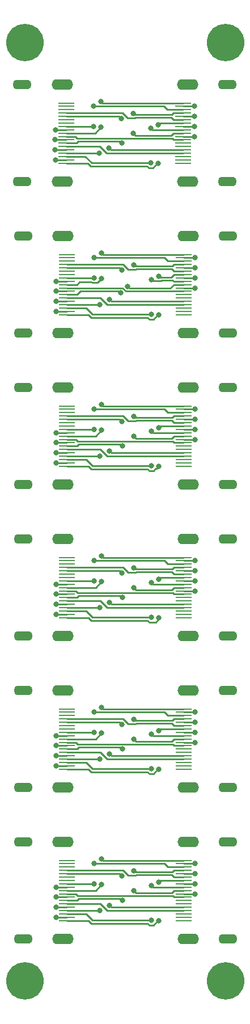
<source format=gbr>
%TF.GenerationSoftware,KiCad,Pcbnew,6.0.7-1.fc36*%
%TF.CreationDate,2022-07-28T17:35:04+01:00*%
%TF.ProjectId,pc070_aida_hdmi_rpc_hdmi,70633037-305f-4616-9964-615f68646d69,rev?*%
%TF.SameCoordinates,Original*%
%TF.FileFunction,Copper,L1,Top*%
%TF.FilePolarity,Positive*%
%FSLAX46Y46*%
G04 Gerber Fmt 4.6, Leading zero omitted, Abs format (unit mm)*
G04 Created by KiCad (PCBNEW 6.0.7-1.fc36) date 2022-07-28 17:35:04*
%MOMM*%
%LPD*%
G01*
G04 APERTURE LIST*
%TA.AperFunction,SMDPad,CuDef*%
%ADD10R,2.350000X0.280000*%
%TD*%
%TA.AperFunction,ComponentPad*%
%ADD11O,3.200000X1.600000*%
%TD*%
%TA.AperFunction,ComponentPad*%
%ADD12O,2.820000X1.410000*%
%TD*%
%TA.AperFunction,ComponentPad*%
%ADD13C,3.600000*%
%TD*%
%TA.AperFunction,ConnectorPad*%
%ADD14C,5.600000*%
%TD*%
%TA.AperFunction,ViaPad*%
%ADD15C,0.800000*%
%TD*%
%TA.AperFunction,Conductor*%
%ADD16C,0.250000*%
%TD*%
G04 APERTURE END LIST*
D10*
%TO.P,J2,01,01*%
%TO.N,/pc070_aida_hdmi_rpc_hdmi_single/CLK*%
X98675000Y-53985000D03*
%TO.P,J2,02,02*%
%TO.N,GND*%
X98675000Y-54485000D03*
%TO.P,J2,03,03*%
%TO.N,/pc070_aida_hdmi_rpc_hdmi_single/CLK\u002A*%
X98675000Y-54985000D03*
%TO.P,J2,04,04*%
%TO.N,/pc070_aida_hdmi_rpc_hdmi_single/CONT*%
X98675000Y-55485000D03*
%TO.P,J2,05,05*%
%TO.N,GND*%
X98675000Y-55985000D03*
%TO.P,J2,06,06*%
%TO.N,/pc070_aida_hdmi_rpc_hdmi_single/CONT\u002A*%
X98675000Y-56485000D03*
%TO.P,J2,07,07*%
%TO.N,/pc070_aida_hdmi_rpc_hdmi_single/BUSY*%
X98675000Y-56985000D03*
%TO.P,J2,08,08*%
%TO.N,GND*%
X98675000Y-57485000D03*
%TO.P,J2,09,09*%
%TO.N,/pc070_aida_hdmi_rpc_hdmi_single/BUSY\u002A*%
X98675000Y-57985000D03*
%TO.P,J2,10,10*%
%TO.N,/pc070_aida_hdmi_rpc_hdmi_single/SPARE*%
X98675000Y-58485000D03*
%TO.P,J2,11,11*%
%TO.N,GND*%
X98675000Y-58985000D03*
%TO.P,J2,12,12*%
%TO.N,/pc070_aida_hdmi_rpc_hdmi_single/SPARE\u002A*%
X98675000Y-59485000D03*
%TO.P,J2,13,13*%
%TO.N,unconnected-(J2-Pad13)*%
X98675000Y-59985000D03*
%TO.P,J2,14,14*%
%TO.N,unconnected-(J2-Pad14)*%
X98675000Y-60485000D03*
%TO.P,J2,15,15*%
%TO.N,/pc070_aida_hdmi_rpc_hdmi_single/TRIG*%
X98675000Y-60985000D03*
%TO.P,J2,16,16*%
%TO.N,/pc070_aida_hdmi_rpc_hdmi_single/TRIG\u002A*%
X98675000Y-61485000D03*
%TO.P,J2,17,17*%
%TO.N,unconnected-(J2-Pad17)*%
X98675000Y-61985000D03*
%TO.P,J2,18,18*%
%TO.N,unconnected-(J2-Pad18)*%
X98675000Y-62485000D03*
%TO.P,J2,19,19*%
%TO.N,unconnected-(J2-Pad19)*%
X98675000Y-62985000D03*
D11*
%TO.P,J2,S1,SHIELD*%
%TO.N,GND*%
X99300000Y-65735000D03*
%TO.P,J2,S2,SHIELD*%
X99300000Y-51235000D03*
D12*
%TO.P,J2,S3,SHIELD*%
X105260000Y-65735000D03*
%TO.P,J2,S4,SHIELD*%
X105260000Y-51235000D03*
%TD*%
D10*
%TO.P,J9,01,01*%
%TO.N,/pc070_aida_hdmi_rpc_hdmi_single5/BUSY*%
X81325000Y-153409000D03*
%TO.P,J9,02,02*%
%TO.N,GND*%
X81325000Y-152909000D03*
%TO.P,J9,03,03*%
%TO.N,/pc070_aida_hdmi_rpc_hdmi_single5/BUSY\u002A*%
X81325000Y-152409000D03*
%TO.P,J9,04,04*%
%TO.N,/pc070_aida_hdmi_rpc_hdmi_single5/TRIG*%
X81325000Y-151909000D03*
%TO.P,J9,05,05*%
%TO.N,GND*%
X81325000Y-151409000D03*
%TO.P,J9,06,06*%
%TO.N,/pc070_aida_hdmi_rpc_hdmi_single5/TRIG\u002A*%
X81325000Y-150909000D03*
%TO.P,J9,07,07*%
%TO.N,/pc070_aida_hdmi_rpc_hdmi_single5/SPARE*%
X81325000Y-150409000D03*
%TO.P,J9,08,08*%
%TO.N,GND*%
X81325000Y-149909000D03*
%TO.P,J9,09,09*%
%TO.N,/pc070_aida_hdmi_rpc_hdmi_single5/SPARE\u002A*%
X81325000Y-149409000D03*
%TO.P,J9,10,10*%
%TO.N,/pc070_aida_hdmi_rpc_hdmi_single5/CLK*%
X81325000Y-148909000D03*
%TO.P,J9,11,11*%
%TO.N,GND*%
X81325000Y-148409000D03*
%TO.P,J9,12,12*%
%TO.N,/pc070_aida_hdmi_rpc_hdmi_single5/CLK\u002A*%
X81325000Y-147909000D03*
%TO.P,J9,13,13*%
%TO.N,unconnected-(J9-Pad13)*%
X81325000Y-147409000D03*
%TO.P,J9,14,14*%
%TO.N,unconnected-(J9-Pad14)*%
X81325000Y-146909000D03*
%TO.P,J9,15,15*%
%TO.N,/pc070_aida_hdmi_rpc_hdmi_single5/CONT*%
X81325000Y-146409000D03*
%TO.P,J9,16,16*%
%TO.N,/pc070_aida_hdmi_rpc_hdmi_single5/CONT\u002A*%
X81325000Y-145909000D03*
%TO.P,J9,17,17*%
%TO.N,unconnected-(J9-Pad17)*%
X81325000Y-145409000D03*
%TO.P,J9,18,18*%
%TO.N,unconnected-(J9-Pad18)*%
X81325000Y-144909000D03*
%TO.P,J9,19,19*%
%TO.N,unconnected-(J9-Pad19)*%
X81325000Y-144409000D03*
D11*
%TO.P,J9,S1,SHIELD*%
%TO.N,GND*%
X80700000Y-141659000D03*
%TO.P,J9,S2,SHIELD*%
X80700000Y-156159000D03*
D12*
%TO.P,J9,S3,SHIELD*%
X74740000Y-141659000D03*
%TO.P,J9,S4,SHIELD*%
X74740000Y-156159000D03*
%TD*%
D13*
%TO.P,H3,1,1*%
%TO.N,GND*%
X105000000Y-185000000D03*
D14*
X105000000Y-185000000D03*
%TD*%
%TO.P,H4,1,1*%
%TO.N,GND*%
X75000000Y-185000000D03*
D13*
X75000000Y-185000000D03*
%TD*%
D10*
%TO.P,J8,01,01*%
%TO.N,/pc070_aida_hdmi_rpc_hdmi_single4/CLK*%
X98765000Y-121803000D03*
%TO.P,J8,02,02*%
%TO.N,GND*%
X98765000Y-122303000D03*
%TO.P,J8,03,03*%
%TO.N,/pc070_aida_hdmi_rpc_hdmi_single4/CLK\u002A*%
X98765000Y-122803000D03*
%TO.P,J8,04,04*%
%TO.N,/pc070_aida_hdmi_rpc_hdmi_single4/CONT*%
X98765000Y-123303000D03*
%TO.P,J8,05,05*%
%TO.N,GND*%
X98765000Y-123803000D03*
%TO.P,J8,06,06*%
%TO.N,/pc070_aida_hdmi_rpc_hdmi_single4/CONT\u002A*%
X98765000Y-124303000D03*
%TO.P,J8,07,07*%
%TO.N,/pc070_aida_hdmi_rpc_hdmi_single4/BUSY*%
X98765000Y-124803000D03*
%TO.P,J8,08,08*%
%TO.N,GND*%
X98765000Y-125303000D03*
%TO.P,J8,09,09*%
%TO.N,/pc070_aida_hdmi_rpc_hdmi_single4/BUSY\u002A*%
X98765000Y-125803000D03*
%TO.P,J8,10,10*%
%TO.N,/pc070_aida_hdmi_rpc_hdmi_single4/SPARE*%
X98765000Y-126303000D03*
%TO.P,J8,11,11*%
%TO.N,GND*%
X98765000Y-126803000D03*
%TO.P,J8,12,12*%
%TO.N,/pc070_aida_hdmi_rpc_hdmi_single4/SPARE\u002A*%
X98765000Y-127303000D03*
%TO.P,J8,13,13*%
%TO.N,unconnected-(J8-Pad13)*%
X98765000Y-127803000D03*
%TO.P,J8,14,14*%
%TO.N,unconnected-(J8-Pad14)*%
X98765000Y-128303000D03*
%TO.P,J8,15,15*%
%TO.N,/pc070_aida_hdmi_rpc_hdmi_single4/TRIG*%
X98765000Y-128803000D03*
%TO.P,J8,16,16*%
%TO.N,/pc070_aida_hdmi_rpc_hdmi_single4/TRIG\u002A*%
X98765000Y-129303000D03*
%TO.P,J8,17,17*%
%TO.N,unconnected-(J8-Pad17)*%
X98765000Y-129803000D03*
%TO.P,J8,18,18*%
%TO.N,unconnected-(J8-Pad18)*%
X98765000Y-130303000D03*
%TO.P,J8,19,19*%
%TO.N,unconnected-(J8-Pad19)*%
X98765000Y-130803000D03*
D11*
%TO.P,J8,S1,SHIELD*%
%TO.N,GND*%
X99390000Y-133553000D03*
%TO.P,J8,S2,SHIELD*%
X99390000Y-119053000D03*
D12*
%TO.P,J8,S3,SHIELD*%
X105350000Y-133553000D03*
%TO.P,J8,S4,SHIELD*%
X105350000Y-119053000D03*
%TD*%
D10*
%TO.P,J6,01,01*%
%TO.N,/pc070_aida_hdmi_rpc_hdmi_single2/CLK*%
X98765000Y-99197000D03*
%TO.P,J6,02,02*%
%TO.N,GND*%
X98765000Y-99697000D03*
%TO.P,J6,03,03*%
%TO.N,/pc070_aida_hdmi_rpc_hdmi_single2/CLK\u002A*%
X98765000Y-100197000D03*
%TO.P,J6,04,04*%
%TO.N,/pc070_aida_hdmi_rpc_hdmi_single2/CONT*%
X98765000Y-100697000D03*
%TO.P,J6,05,05*%
%TO.N,GND*%
X98765000Y-101197000D03*
%TO.P,J6,06,06*%
%TO.N,/pc070_aida_hdmi_rpc_hdmi_single2/CONT\u002A*%
X98765000Y-101697000D03*
%TO.P,J6,07,07*%
%TO.N,/pc070_aida_hdmi_rpc_hdmi_single2/BUSY*%
X98765000Y-102197000D03*
%TO.P,J6,08,08*%
%TO.N,GND*%
X98765000Y-102697000D03*
%TO.P,J6,09,09*%
%TO.N,/pc070_aida_hdmi_rpc_hdmi_single2/BUSY\u002A*%
X98765000Y-103197000D03*
%TO.P,J6,10,10*%
%TO.N,/pc070_aida_hdmi_rpc_hdmi_single2/SPARE*%
X98765000Y-103697000D03*
%TO.P,J6,11,11*%
%TO.N,GND*%
X98765000Y-104197000D03*
%TO.P,J6,12,12*%
%TO.N,/pc070_aida_hdmi_rpc_hdmi_single2/SPARE\u002A*%
X98765000Y-104697000D03*
%TO.P,J6,13,13*%
%TO.N,unconnected-(J6-Pad13)*%
X98765000Y-105197000D03*
%TO.P,J6,14,14*%
%TO.N,unconnected-(J6-Pad14)*%
X98765000Y-105697000D03*
%TO.P,J6,15,15*%
%TO.N,/pc070_aida_hdmi_rpc_hdmi_single2/TRIG*%
X98765000Y-106197000D03*
%TO.P,J6,16,16*%
%TO.N,/pc070_aida_hdmi_rpc_hdmi_single2/TRIG\u002A*%
X98765000Y-106697000D03*
%TO.P,J6,17,17*%
%TO.N,unconnected-(J6-Pad17)*%
X98765000Y-107197000D03*
%TO.P,J6,18,18*%
%TO.N,unconnected-(J6-Pad18)*%
X98765000Y-107697000D03*
%TO.P,J6,19,19*%
%TO.N,unconnected-(J6-Pad19)*%
X98765000Y-108197000D03*
D11*
%TO.P,J6,S1,SHIELD*%
%TO.N,GND*%
X99390000Y-110947000D03*
%TO.P,J6,S2,SHIELD*%
X99390000Y-96447000D03*
D12*
%TO.P,J6,S3,SHIELD*%
X105350000Y-110947000D03*
%TO.P,J6,S4,SHIELD*%
X105350000Y-96447000D03*
%TD*%
D10*
%TO.P,J12,01,01*%
%TO.N,/pc070_aida_hdmi_rpc_hdmi_single3/CLK*%
X98765000Y-167015000D03*
%TO.P,J12,02,02*%
%TO.N,GND*%
X98765000Y-167515000D03*
%TO.P,J12,03,03*%
%TO.N,/pc070_aida_hdmi_rpc_hdmi_single3/CLK\u002A*%
X98765000Y-168015000D03*
%TO.P,J12,04,04*%
%TO.N,/pc070_aida_hdmi_rpc_hdmi_single3/CONT*%
X98765000Y-168515000D03*
%TO.P,J12,05,05*%
%TO.N,GND*%
X98765000Y-169015000D03*
%TO.P,J12,06,06*%
%TO.N,/pc070_aida_hdmi_rpc_hdmi_single3/CONT\u002A*%
X98765000Y-169515000D03*
%TO.P,J12,07,07*%
%TO.N,/pc070_aida_hdmi_rpc_hdmi_single3/BUSY*%
X98765000Y-170015000D03*
%TO.P,J12,08,08*%
%TO.N,GND*%
X98765000Y-170515000D03*
%TO.P,J12,09,09*%
%TO.N,/pc070_aida_hdmi_rpc_hdmi_single3/BUSY\u002A*%
X98765000Y-171015000D03*
%TO.P,J12,10,10*%
%TO.N,/pc070_aida_hdmi_rpc_hdmi_single3/SPARE*%
X98765000Y-171515000D03*
%TO.P,J12,11,11*%
%TO.N,GND*%
X98765000Y-172015000D03*
%TO.P,J12,12,12*%
%TO.N,/pc070_aida_hdmi_rpc_hdmi_single3/SPARE\u002A*%
X98765000Y-172515000D03*
%TO.P,J12,13,13*%
%TO.N,unconnected-(J12-Pad13)*%
X98765000Y-173015000D03*
%TO.P,J12,14,14*%
%TO.N,unconnected-(J12-Pad14)*%
X98765000Y-173515000D03*
%TO.P,J12,15,15*%
%TO.N,/pc070_aida_hdmi_rpc_hdmi_single3/TRIG*%
X98765000Y-174015000D03*
%TO.P,J12,16,16*%
%TO.N,/pc070_aida_hdmi_rpc_hdmi_single3/TRIG\u002A*%
X98765000Y-174515000D03*
%TO.P,J12,17,17*%
%TO.N,unconnected-(J12-Pad17)*%
X98765000Y-175015000D03*
%TO.P,J12,18,18*%
%TO.N,unconnected-(J12-Pad18)*%
X98765000Y-175515000D03*
%TO.P,J12,19,19*%
%TO.N,unconnected-(J12-Pad19)*%
X98765000Y-176015000D03*
D11*
%TO.P,J12,S1,SHIELD*%
%TO.N,GND*%
X99390000Y-178765000D03*
%TO.P,J12,S2,SHIELD*%
X99390000Y-164265000D03*
D12*
%TO.P,J12,S3,SHIELD*%
X105350000Y-178765000D03*
%TO.P,J12,S4,SHIELD*%
X105350000Y-164265000D03*
%TD*%
D10*
%TO.P,J3,01,01*%
%TO.N,/pc070_aida_hdmi_rpc_hdmi_single1/BUSY*%
X81325000Y-85591000D03*
%TO.P,J3,02,02*%
%TO.N,GND*%
X81325000Y-85091000D03*
%TO.P,J3,03,03*%
%TO.N,/pc070_aida_hdmi_rpc_hdmi_single1/BUSY\u002A*%
X81325000Y-84591000D03*
%TO.P,J3,04,04*%
%TO.N,/pc070_aida_hdmi_rpc_hdmi_single1/TRIG*%
X81325000Y-84091000D03*
%TO.P,J3,05,05*%
%TO.N,GND*%
X81325000Y-83591000D03*
%TO.P,J3,06,06*%
%TO.N,/pc070_aida_hdmi_rpc_hdmi_single1/TRIG\u002A*%
X81325000Y-83091000D03*
%TO.P,J3,07,07*%
%TO.N,/pc070_aida_hdmi_rpc_hdmi_single1/SPARE*%
X81325000Y-82591000D03*
%TO.P,J3,08,08*%
%TO.N,GND*%
X81325000Y-82091000D03*
%TO.P,J3,09,09*%
%TO.N,/pc070_aida_hdmi_rpc_hdmi_single1/SPARE\u002A*%
X81325000Y-81591000D03*
%TO.P,J3,10,10*%
%TO.N,/pc070_aida_hdmi_rpc_hdmi_single1/CLK*%
X81325000Y-81091000D03*
%TO.P,J3,11,11*%
%TO.N,GND*%
X81325000Y-80591000D03*
%TO.P,J3,12,12*%
%TO.N,/pc070_aida_hdmi_rpc_hdmi_single1/CLK\u002A*%
X81325000Y-80091000D03*
%TO.P,J3,13,13*%
%TO.N,unconnected-(J3-Pad13)*%
X81325000Y-79591000D03*
%TO.P,J3,14,14*%
%TO.N,unconnected-(J3-Pad14)*%
X81325000Y-79091000D03*
%TO.P,J3,15,15*%
%TO.N,/pc070_aida_hdmi_rpc_hdmi_single1/CONT*%
X81325000Y-78591000D03*
%TO.P,J3,16,16*%
%TO.N,/pc070_aida_hdmi_rpc_hdmi_single1/CONT\u002A*%
X81325000Y-78091000D03*
%TO.P,J3,17,17*%
%TO.N,unconnected-(J3-Pad17)*%
X81325000Y-77591000D03*
%TO.P,J3,18,18*%
%TO.N,unconnected-(J3-Pad18)*%
X81325000Y-77091000D03*
%TO.P,J3,19,19*%
%TO.N,unconnected-(J3-Pad19)*%
X81325000Y-76591000D03*
D11*
%TO.P,J3,S1,SHIELD*%
%TO.N,GND*%
X80700000Y-73841000D03*
%TO.P,J3,S2,SHIELD*%
X80700000Y-88341000D03*
D12*
%TO.P,J3,S3,SHIELD*%
X74740000Y-73841000D03*
%TO.P,J3,S4,SHIELD*%
X74740000Y-88341000D03*
%TD*%
D10*
%TO.P,J1,01,01*%
%TO.N,/pc070_aida_hdmi_rpc_hdmi_single/BUSY*%
X81235000Y-62985000D03*
%TO.P,J1,02,02*%
%TO.N,GND*%
X81235000Y-62485000D03*
%TO.P,J1,03,03*%
%TO.N,/pc070_aida_hdmi_rpc_hdmi_single/BUSY\u002A*%
X81235000Y-61985000D03*
%TO.P,J1,04,04*%
%TO.N,/pc070_aida_hdmi_rpc_hdmi_single/TRIG*%
X81235000Y-61485000D03*
%TO.P,J1,05,05*%
%TO.N,GND*%
X81235000Y-60985000D03*
%TO.P,J1,06,06*%
%TO.N,/pc070_aida_hdmi_rpc_hdmi_single/TRIG\u002A*%
X81235000Y-60485000D03*
%TO.P,J1,07,07*%
%TO.N,/pc070_aida_hdmi_rpc_hdmi_single/SPARE*%
X81235000Y-59985000D03*
%TO.P,J1,08,08*%
%TO.N,GND*%
X81235000Y-59485000D03*
%TO.P,J1,09,09*%
%TO.N,/pc070_aida_hdmi_rpc_hdmi_single/SPARE\u002A*%
X81235000Y-58985000D03*
%TO.P,J1,10,10*%
%TO.N,/pc070_aida_hdmi_rpc_hdmi_single/CLK*%
X81235000Y-58485000D03*
%TO.P,J1,11,11*%
%TO.N,GND*%
X81235000Y-57985000D03*
%TO.P,J1,12,12*%
%TO.N,/pc070_aida_hdmi_rpc_hdmi_single/CLK\u002A*%
X81235000Y-57485000D03*
%TO.P,J1,13,13*%
%TO.N,unconnected-(J1-Pad13)*%
X81235000Y-56985000D03*
%TO.P,J1,14,14*%
%TO.N,unconnected-(J1-Pad14)*%
X81235000Y-56485000D03*
%TO.P,J1,15,15*%
%TO.N,/pc070_aida_hdmi_rpc_hdmi_single/CONT*%
X81235000Y-55985000D03*
%TO.P,J1,16,16*%
%TO.N,/pc070_aida_hdmi_rpc_hdmi_single/CONT\u002A*%
X81235000Y-55485000D03*
%TO.P,J1,17,17*%
%TO.N,unconnected-(J1-Pad17)*%
X81235000Y-54985000D03*
%TO.P,J1,18,18*%
%TO.N,unconnected-(J1-Pad18)*%
X81235000Y-54485000D03*
%TO.P,J1,19,19*%
%TO.N,unconnected-(J1-Pad19)*%
X81235000Y-53985000D03*
D11*
%TO.P,J1,S1,SHIELD*%
%TO.N,GND*%
X80610000Y-51235000D03*
%TO.P,J1,S2,SHIELD*%
X80610000Y-65735000D03*
D12*
%TO.P,J1,S3,SHIELD*%
X74650000Y-51235000D03*
%TO.P,J1,S4,SHIELD*%
X74650000Y-65735000D03*
%TD*%
D13*
%TO.P,H2,1,1*%
%TO.N,GND*%
X105000000Y-45000000D03*
D14*
X105000000Y-45000000D03*
%TD*%
D10*
%TO.P,J7,01,01*%
%TO.N,/pc070_aida_hdmi_rpc_hdmi_single4/BUSY*%
X81325000Y-130803000D03*
%TO.P,J7,02,02*%
%TO.N,GND*%
X81325000Y-130303000D03*
%TO.P,J7,03,03*%
%TO.N,/pc070_aida_hdmi_rpc_hdmi_single4/BUSY\u002A*%
X81325000Y-129803000D03*
%TO.P,J7,04,04*%
%TO.N,/pc070_aida_hdmi_rpc_hdmi_single4/TRIG*%
X81325000Y-129303000D03*
%TO.P,J7,05,05*%
%TO.N,GND*%
X81325000Y-128803000D03*
%TO.P,J7,06,06*%
%TO.N,/pc070_aida_hdmi_rpc_hdmi_single4/TRIG\u002A*%
X81325000Y-128303000D03*
%TO.P,J7,07,07*%
%TO.N,/pc070_aida_hdmi_rpc_hdmi_single4/SPARE*%
X81325000Y-127803000D03*
%TO.P,J7,08,08*%
%TO.N,GND*%
X81325000Y-127303000D03*
%TO.P,J7,09,09*%
%TO.N,/pc070_aida_hdmi_rpc_hdmi_single4/SPARE\u002A*%
X81325000Y-126803000D03*
%TO.P,J7,10,10*%
%TO.N,/pc070_aida_hdmi_rpc_hdmi_single4/CLK*%
X81325000Y-126303000D03*
%TO.P,J7,11,11*%
%TO.N,GND*%
X81325000Y-125803000D03*
%TO.P,J7,12,12*%
%TO.N,/pc070_aida_hdmi_rpc_hdmi_single4/CLK\u002A*%
X81325000Y-125303000D03*
%TO.P,J7,13,13*%
%TO.N,unconnected-(J7-Pad13)*%
X81325000Y-124803000D03*
%TO.P,J7,14,14*%
%TO.N,unconnected-(J7-Pad14)*%
X81325000Y-124303000D03*
%TO.P,J7,15,15*%
%TO.N,/pc070_aida_hdmi_rpc_hdmi_single4/CONT*%
X81325000Y-123803000D03*
%TO.P,J7,16,16*%
%TO.N,/pc070_aida_hdmi_rpc_hdmi_single4/CONT\u002A*%
X81325000Y-123303000D03*
%TO.P,J7,17,17*%
%TO.N,unconnected-(J7-Pad17)*%
X81325000Y-122803000D03*
%TO.P,J7,18,18*%
%TO.N,unconnected-(J7-Pad18)*%
X81325000Y-122303000D03*
%TO.P,J7,19,19*%
%TO.N,unconnected-(J7-Pad19)*%
X81325000Y-121803000D03*
D11*
%TO.P,J7,S1,SHIELD*%
%TO.N,GND*%
X80700000Y-119053000D03*
%TO.P,J7,S2,SHIELD*%
X80700000Y-133553000D03*
D12*
%TO.P,J7,S3,SHIELD*%
X74740000Y-119053000D03*
%TO.P,J7,S4,SHIELD*%
X74740000Y-133553000D03*
%TD*%
D10*
%TO.P,J11,01,01*%
%TO.N,/pc070_aida_hdmi_rpc_hdmi_single3/BUSY*%
X81325000Y-176015000D03*
%TO.P,J11,02,02*%
%TO.N,GND*%
X81325000Y-175515000D03*
%TO.P,J11,03,03*%
%TO.N,/pc070_aida_hdmi_rpc_hdmi_single3/BUSY\u002A*%
X81325000Y-175015000D03*
%TO.P,J11,04,04*%
%TO.N,/pc070_aida_hdmi_rpc_hdmi_single3/TRIG*%
X81325000Y-174515000D03*
%TO.P,J11,05,05*%
%TO.N,GND*%
X81325000Y-174015000D03*
%TO.P,J11,06,06*%
%TO.N,/pc070_aida_hdmi_rpc_hdmi_single3/TRIG\u002A*%
X81325000Y-173515000D03*
%TO.P,J11,07,07*%
%TO.N,/pc070_aida_hdmi_rpc_hdmi_single3/SPARE*%
X81325000Y-173015000D03*
%TO.P,J11,08,08*%
%TO.N,GND*%
X81325000Y-172515000D03*
%TO.P,J11,09,09*%
%TO.N,/pc070_aida_hdmi_rpc_hdmi_single3/SPARE\u002A*%
X81325000Y-172015000D03*
%TO.P,J11,10,10*%
%TO.N,/pc070_aida_hdmi_rpc_hdmi_single3/CLK*%
X81325000Y-171515000D03*
%TO.P,J11,11,11*%
%TO.N,GND*%
X81325000Y-171015000D03*
%TO.P,J11,12,12*%
%TO.N,/pc070_aida_hdmi_rpc_hdmi_single3/CLK\u002A*%
X81325000Y-170515000D03*
%TO.P,J11,13,13*%
%TO.N,unconnected-(J11-Pad13)*%
X81325000Y-170015000D03*
%TO.P,J11,14,14*%
%TO.N,unconnected-(J11-Pad14)*%
X81325000Y-169515000D03*
%TO.P,J11,15,15*%
%TO.N,/pc070_aida_hdmi_rpc_hdmi_single3/CONT*%
X81325000Y-169015000D03*
%TO.P,J11,16,16*%
%TO.N,/pc070_aida_hdmi_rpc_hdmi_single3/CONT\u002A*%
X81325000Y-168515000D03*
%TO.P,J11,17,17*%
%TO.N,unconnected-(J11-Pad17)*%
X81325000Y-168015000D03*
%TO.P,J11,18,18*%
%TO.N,unconnected-(J11-Pad18)*%
X81325000Y-167515000D03*
%TO.P,J11,19,19*%
%TO.N,unconnected-(J11-Pad19)*%
X81325000Y-167015000D03*
D11*
%TO.P,J11,S1,SHIELD*%
%TO.N,GND*%
X80700000Y-164265000D03*
%TO.P,J11,S2,SHIELD*%
X80700000Y-178765000D03*
D12*
%TO.P,J11,S3,SHIELD*%
X74740000Y-164265000D03*
%TO.P,J11,S4,SHIELD*%
X74740000Y-178765000D03*
%TD*%
D14*
%TO.P,H1,1,1*%
%TO.N,GND*%
X75000000Y-45000000D03*
D13*
X75000000Y-45000000D03*
%TD*%
D10*
%TO.P,J4,01,01*%
%TO.N,/pc070_aida_hdmi_rpc_hdmi_single1/CLK*%
X98765000Y-76591000D03*
%TO.P,J4,02,02*%
%TO.N,GND*%
X98765000Y-77091000D03*
%TO.P,J4,03,03*%
%TO.N,/pc070_aida_hdmi_rpc_hdmi_single1/CLK\u002A*%
X98765000Y-77591000D03*
%TO.P,J4,04,04*%
%TO.N,/pc070_aida_hdmi_rpc_hdmi_single1/CONT*%
X98765000Y-78091000D03*
%TO.P,J4,05,05*%
%TO.N,GND*%
X98765000Y-78591000D03*
%TO.P,J4,06,06*%
%TO.N,/pc070_aida_hdmi_rpc_hdmi_single1/CONT\u002A*%
X98765000Y-79091000D03*
%TO.P,J4,07,07*%
%TO.N,/pc070_aida_hdmi_rpc_hdmi_single1/BUSY*%
X98765000Y-79591000D03*
%TO.P,J4,08,08*%
%TO.N,GND*%
X98765000Y-80091000D03*
%TO.P,J4,09,09*%
%TO.N,/pc070_aida_hdmi_rpc_hdmi_single1/BUSY\u002A*%
X98765000Y-80591000D03*
%TO.P,J4,10,10*%
%TO.N,/pc070_aida_hdmi_rpc_hdmi_single1/SPARE*%
X98765000Y-81091000D03*
%TO.P,J4,11,11*%
%TO.N,GND*%
X98765000Y-81591000D03*
%TO.P,J4,12,12*%
%TO.N,/pc070_aida_hdmi_rpc_hdmi_single1/SPARE\u002A*%
X98765000Y-82091000D03*
%TO.P,J4,13,13*%
%TO.N,unconnected-(J4-Pad13)*%
X98765000Y-82591000D03*
%TO.P,J4,14,14*%
%TO.N,unconnected-(J4-Pad14)*%
X98765000Y-83091000D03*
%TO.P,J4,15,15*%
%TO.N,/pc070_aida_hdmi_rpc_hdmi_single1/TRIG*%
X98765000Y-83591000D03*
%TO.P,J4,16,16*%
%TO.N,/pc070_aida_hdmi_rpc_hdmi_single1/TRIG\u002A*%
X98765000Y-84091000D03*
%TO.P,J4,17,17*%
%TO.N,unconnected-(J4-Pad17)*%
X98765000Y-84591000D03*
%TO.P,J4,18,18*%
%TO.N,unconnected-(J4-Pad18)*%
X98765000Y-85091000D03*
%TO.P,J4,19,19*%
%TO.N,unconnected-(J4-Pad19)*%
X98765000Y-85591000D03*
D11*
%TO.P,J4,S1,SHIELD*%
%TO.N,GND*%
X99390000Y-88341000D03*
%TO.P,J4,S2,SHIELD*%
X99390000Y-73841000D03*
D12*
%TO.P,J4,S3,SHIELD*%
X105350000Y-88341000D03*
%TO.P,J4,S4,SHIELD*%
X105350000Y-73841000D03*
%TD*%
D10*
%TO.P,J10,01,01*%
%TO.N,/pc070_aida_hdmi_rpc_hdmi_single5/CLK*%
X98765000Y-144409000D03*
%TO.P,J10,02,02*%
%TO.N,GND*%
X98765000Y-144909000D03*
%TO.P,J10,03,03*%
%TO.N,/pc070_aida_hdmi_rpc_hdmi_single5/CLK\u002A*%
X98765000Y-145409000D03*
%TO.P,J10,04,04*%
%TO.N,/pc070_aida_hdmi_rpc_hdmi_single5/CONT*%
X98765000Y-145909000D03*
%TO.P,J10,05,05*%
%TO.N,GND*%
X98765000Y-146409000D03*
%TO.P,J10,06,06*%
%TO.N,/pc070_aida_hdmi_rpc_hdmi_single5/CONT\u002A*%
X98765000Y-146909000D03*
%TO.P,J10,07,07*%
%TO.N,/pc070_aida_hdmi_rpc_hdmi_single5/BUSY*%
X98765000Y-147409000D03*
%TO.P,J10,08,08*%
%TO.N,GND*%
X98765000Y-147909000D03*
%TO.P,J10,09,09*%
%TO.N,/pc070_aida_hdmi_rpc_hdmi_single5/BUSY\u002A*%
X98765000Y-148409000D03*
%TO.P,J10,10,10*%
%TO.N,/pc070_aida_hdmi_rpc_hdmi_single5/SPARE*%
X98765000Y-148909000D03*
%TO.P,J10,11,11*%
%TO.N,GND*%
X98765000Y-149409000D03*
%TO.P,J10,12,12*%
%TO.N,/pc070_aida_hdmi_rpc_hdmi_single5/SPARE\u002A*%
X98765000Y-149909000D03*
%TO.P,J10,13,13*%
%TO.N,unconnected-(J10-Pad13)*%
X98765000Y-150409000D03*
%TO.P,J10,14,14*%
%TO.N,unconnected-(J10-Pad14)*%
X98765000Y-150909000D03*
%TO.P,J10,15,15*%
%TO.N,/pc070_aida_hdmi_rpc_hdmi_single5/TRIG*%
X98765000Y-151409000D03*
%TO.P,J10,16,16*%
%TO.N,/pc070_aida_hdmi_rpc_hdmi_single5/TRIG\u002A*%
X98765000Y-151909000D03*
%TO.P,J10,17,17*%
%TO.N,unconnected-(J10-Pad17)*%
X98765000Y-152409000D03*
%TO.P,J10,18,18*%
%TO.N,unconnected-(J10-Pad18)*%
X98765000Y-152909000D03*
%TO.P,J10,19,19*%
%TO.N,unconnected-(J10-Pad19)*%
X98765000Y-153409000D03*
D11*
%TO.P,J10,S1,SHIELD*%
%TO.N,GND*%
X99390000Y-156159000D03*
%TO.P,J10,S2,SHIELD*%
X99390000Y-141659000D03*
D12*
%TO.P,J10,S3,SHIELD*%
X105350000Y-156159000D03*
%TO.P,J10,S4,SHIELD*%
X105350000Y-141659000D03*
%TD*%
D10*
%TO.P,J5,01,01*%
%TO.N,/pc070_aida_hdmi_rpc_hdmi_single2/BUSY*%
X81325000Y-108197000D03*
%TO.P,J5,02,02*%
%TO.N,GND*%
X81325000Y-107697000D03*
%TO.P,J5,03,03*%
%TO.N,/pc070_aida_hdmi_rpc_hdmi_single2/BUSY\u002A*%
X81325000Y-107197000D03*
%TO.P,J5,04,04*%
%TO.N,/pc070_aida_hdmi_rpc_hdmi_single2/TRIG*%
X81325000Y-106697000D03*
%TO.P,J5,05,05*%
%TO.N,GND*%
X81325000Y-106197000D03*
%TO.P,J5,06,06*%
%TO.N,/pc070_aida_hdmi_rpc_hdmi_single2/TRIG\u002A*%
X81325000Y-105697000D03*
%TO.P,J5,07,07*%
%TO.N,/pc070_aida_hdmi_rpc_hdmi_single2/SPARE*%
X81325000Y-105197000D03*
%TO.P,J5,08,08*%
%TO.N,GND*%
X81325000Y-104697000D03*
%TO.P,J5,09,09*%
%TO.N,/pc070_aida_hdmi_rpc_hdmi_single2/SPARE\u002A*%
X81325000Y-104197000D03*
%TO.P,J5,10,10*%
%TO.N,/pc070_aida_hdmi_rpc_hdmi_single2/CLK*%
X81325000Y-103697000D03*
%TO.P,J5,11,11*%
%TO.N,GND*%
X81325000Y-103197000D03*
%TO.P,J5,12,12*%
%TO.N,/pc070_aida_hdmi_rpc_hdmi_single2/CLK\u002A*%
X81325000Y-102697000D03*
%TO.P,J5,13,13*%
%TO.N,unconnected-(J5-Pad13)*%
X81325000Y-102197000D03*
%TO.P,J5,14,14*%
%TO.N,unconnected-(J5-Pad14)*%
X81325000Y-101697000D03*
%TO.P,J5,15,15*%
%TO.N,/pc070_aida_hdmi_rpc_hdmi_single2/CONT*%
X81325000Y-101197000D03*
%TO.P,J5,16,16*%
%TO.N,/pc070_aida_hdmi_rpc_hdmi_single2/CONT\u002A*%
X81325000Y-100697000D03*
%TO.P,J5,17,17*%
%TO.N,unconnected-(J5-Pad17)*%
X81325000Y-100197000D03*
%TO.P,J5,18,18*%
%TO.N,unconnected-(J5-Pad18)*%
X81325000Y-99697000D03*
%TO.P,J5,19,19*%
%TO.N,unconnected-(J5-Pad19)*%
X81325000Y-99197000D03*
D11*
%TO.P,J5,S1,SHIELD*%
%TO.N,GND*%
X80700000Y-96447000D03*
%TO.P,J5,S2,SHIELD*%
X80700000Y-110947000D03*
D12*
%TO.P,J5,S3,SHIELD*%
X74740000Y-96447000D03*
%TO.P,J5,S4,SHIELD*%
X74740000Y-110947000D03*
%TD*%
D15*
%TO.N,GND*%
X100425915Y-149417874D03*
X100425915Y-104205874D03*
X100425915Y-81599874D03*
X100425915Y-172023874D03*
X100425915Y-126811874D03*
X100335915Y-58993874D03*
X79654084Y-128826148D03*
X79654084Y-151432148D03*
X79564084Y-61008148D03*
X79654084Y-83614148D03*
X79654084Y-174038148D03*
X79654084Y-106220148D03*
X100432439Y-146390915D03*
X100432439Y-101178915D03*
X100432439Y-168996915D03*
X100432439Y-78572915D03*
X100432439Y-123784915D03*
X100342439Y-55966915D03*
X100425915Y-147917874D03*
X100425915Y-102705874D03*
X100425915Y-170523874D03*
X100425915Y-80099874D03*
X100425915Y-125311874D03*
X100335915Y-57493874D03*
X79658515Y-125786285D03*
X79658515Y-148392285D03*
X79658515Y-80574285D03*
X79658515Y-170998285D03*
X79658515Y-103180285D03*
X79568515Y-57968285D03*
X79663533Y-152899359D03*
X79663533Y-85081359D03*
X79663533Y-175505359D03*
X79663533Y-107687359D03*
X79663533Y-130293359D03*
X79573533Y-62475359D03*
X100422359Y-99701005D03*
X100422359Y-167519005D03*
X100422359Y-77095005D03*
X100422359Y-122307005D03*
X100422359Y-144913005D03*
X100332359Y-54489005D03*
X79653478Y-127278958D03*
X79653478Y-149884958D03*
X79653478Y-82066958D03*
X79653478Y-172490958D03*
X79653478Y-104672958D03*
X79563478Y-59460958D03*
%TO.N,/pc070_aida_hdmi_rpc_hdmi_single/CLK*%
X86400000Y-57585000D03*
X86400000Y-53735000D03*
%TO.N,/pc070_aida_hdmi_rpc_hdmi_single/CLK\u002A*%
X85300000Y-54485000D03*
X85300000Y-57485000D03*
%TO.N,/pc070_aida_hdmi_rpc_hdmi_single/CONT*%
X91200000Y-55535000D03*
X89424951Y-56334549D03*
%TO.N,/pc070_aida_hdmi_rpc_hdmi_single/BUSY*%
X94950000Y-57235000D03*
X94950000Y-63035000D03*
%TO.N,/pc070_aida_hdmi_rpc_hdmi_single/BUSY\u002A*%
X93850000Y-57760500D03*
X93850000Y-62935000D03*
%TO.N,/pc070_aida_hdmi_rpc_hdmi_single/SPARE*%
X91200000Y-58485000D03*
X89500000Y-59985000D03*
%TO.N,/pc070_aida_hdmi_rpc_hdmi_single/TRIG*%
X87600000Y-60709500D03*
X86150000Y-61485000D03*
%TO.N,/pc070_aida_hdmi_rpc_hdmi_single1/CLK*%
X86490000Y-80191000D03*
X86490000Y-76341000D03*
%TO.N,/pc070_aida_hdmi_rpc_hdmi_single1/CLK\u002A*%
X85390000Y-77091000D03*
X85390000Y-80091000D03*
%TO.N,/pc070_aida_hdmi_rpc_hdmi_single1/CONT*%
X91290000Y-78141000D03*
X89514951Y-78940549D03*
%TO.N,/pc070_aida_hdmi_rpc_hdmi_single1/BUSY*%
X95040000Y-79841000D03*
X95040000Y-85641000D03*
%TO.N,/pc070_aida_hdmi_rpc_hdmi_single1/BUSY\u002A*%
X93940000Y-80366500D03*
X93940000Y-85541000D03*
%TO.N,/pc070_aida_hdmi_rpc_hdmi_single1/SPARE*%
X90382356Y-81334144D03*
X89317008Y-82317992D03*
%TO.N,/pc070_aida_hdmi_rpc_hdmi_single1/TRIG*%
X87690000Y-83315500D03*
X86240000Y-84091000D03*
%TO.N,/pc070_aida_hdmi_rpc_hdmi_single2/CLK*%
X86490000Y-102797000D03*
X86490000Y-98947000D03*
%TO.N,/pc070_aida_hdmi_rpc_hdmi_single2/CLK\u002A*%
X85390000Y-99697000D03*
X85390000Y-102697000D03*
%TO.N,/pc070_aida_hdmi_rpc_hdmi_single2/CONT*%
X91290000Y-100747000D03*
X89514951Y-101546549D03*
%TO.N,/pc070_aida_hdmi_rpc_hdmi_single2/BUSY*%
X95040000Y-102447000D03*
X95040000Y-108247000D03*
%TO.N,/pc070_aida_hdmi_rpc_hdmi_single2/BUSY\u002A*%
X93940000Y-102972500D03*
X93940000Y-108147000D03*
%TO.N,/pc070_aida_hdmi_rpc_hdmi_single2/SPARE*%
X91290000Y-103697000D03*
X89590000Y-105197000D03*
%TO.N,/pc070_aida_hdmi_rpc_hdmi_single2/TRIG*%
X87690000Y-105921500D03*
X86240000Y-106697000D03*
%TO.N,/pc070_aida_hdmi_rpc_hdmi_single4/CLK*%
X86490000Y-125403000D03*
X86490000Y-121553000D03*
%TO.N,/pc070_aida_hdmi_rpc_hdmi_single4/CLK\u002A*%
X85390000Y-122303000D03*
X85390000Y-125303000D03*
%TO.N,/pc070_aida_hdmi_rpc_hdmi_single4/CONT*%
X91290000Y-123353000D03*
X89514951Y-124152549D03*
%TO.N,/pc070_aida_hdmi_rpc_hdmi_single4/BUSY*%
X95040000Y-125053000D03*
X95040000Y-130853000D03*
%TO.N,/pc070_aida_hdmi_rpc_hdmi_single4/BUSY\u002A*%
X93940000Y-125578500D03*
X93940000Y-130753000D03*
%TO.N,/pc070_aida_hdmi_rpc_hdmi_single4/SPARE*%
X91290000Y-126303000D03*
X89590000Y-127803000D03*
%TO.N,/pc070_aida_hdmi_rpc_hdmi_single4/TRIG*%
X87690000Y-128527500D03*
X86240000Y-129303000D03*
%TO.N,/pc070_aida_hdmi_rpc_hdmi_single5/CLK*%
X86490000Y-148009000D03*
X86490000Y-144159000D03*
%TO.N,/pc070_aida_hdmi_rpc_hdmi_single5/CLK\u002A*%
X85390000Y-144909000D03*
X85390000Y-147909000D03*
%TO.N,/pc070_aida_hdmi_rpc_hdmi_single5/CONT*%
X91290000Y-145959000D03*
X89514951Y-146758549D03*
%TO.N,/pc070_aida_hdmi_rpc_hdmi_single5/BUSY*%
X95040000Y-147659000D03*
X95040000Y-153459000D03*
%TO.N,/pc070_aida_hdmi_rpc_hdmi_single5/BUSY\u002A*%
X93940000Y-148184500D03*
X93940000Y-153359000D03*
%TO.N,/pc070_aida_hdmi_rpc_hdmi_single5/SPARE*%
X91290000Y-148909000D03*
X89590000Y-150409000D03*
%TO.N,/pc070_aida_hdmi_rpc_hdmi_single5/TRIG*%
X87690000Y-151133500D03*
X86240000Y-151909000D03*
%TO.N,/pc070_aida_hdmi_rpc_hdmi_single3/CLK*%
X86490000Y-170615000D03*
X86490000Y-166765000D03*
%TO.N,/pc070_aida_hdmi_rpc_hdmi_single3/CLK\u002A*%
X85390000Y-167515000D03*
X85390000Y-170515000D03*
%TO.N,/pc070_aida_hdmi_rpc_hdmi_single3/CONT*%
X91290000Y-168565000D03*
X89514951Y-169364549D03*
%TO.N,/pc070_aida_hdmi_rpc_hdmi_single3/BUSY*%
X95040000Y-170265000D03*
X95040000Y-176065000D03*
%TO.N,/pc070_aida_hdmi_rpc_hdmi_single3/BUSY\u002A*%
X93940000Y-170790500D03*
X93940000Y-175965000D03*
%TO.N,/pc070_aida_hdmi_rpc_hdmi_single3/SPARE*%
X91290000Y-171515000D03*
X89590000Y-173015000D03*
%TO.N,/pc070_aida_hdmi_rpc_hdmi_single3/TRIG*%
X87690000Y-173739500D03*
X86240000Y-174515000D03*
%TD*%
D16*
%TO.N,GND*%
X79673174Y-152909000D02*
X79663533Y-152899359D01*
X79583174Y-62485000D02*
X79573533Y-62475359D01*
X79673174Y-107697000D02*
X79663533Y-107687359D01*
X79673174Y-130303000D02*
X79663533Y-130293359D01*
X79673174Y-85091000D02*
X79663533Y-85081359D01*
X79673174Y-175515000D02*
X79663533Y-175505359D01*
X81325000Y-128803000D02*
X79677232Y-128803000D01*
X81325000Y-151409000D02*
X79677232Y-151409000D01*
X81325000Y-106197000D02*
X79677232Y-106197000D01*
X81235000Y-60985000D02*
X79587232Y-60985000D01*
X81325000Y-83591000D02*
X79677232Y-83591000D01*
X81325000Y-174015000D02*
X79677232Y-174015000D01*
X81325000Y-127303000D02*
X79677520Y-127303000D01*
X81325000Y-149909000D02*
X79677520Y-149909000D01*
X81325000Y-104697000D02*
X79677520Y-104697000D01*
X81235000Y-59485000D02*
X79587520Y-59485000D01*
X81325000Y-82091000D02*
X79677520Y-82091000D01*
X81325000Y-172515000D02*
X79677520Y-172515000D01*
X98765000Y-104197000D02*
X100417041Y-104197000D01*
X98765000Y-149409000D02*
X100417041Y-149409000D01*
X98765000Y-81591000D02*
X100417041Y-81591000D01*
X98765000Y-126803000D02*
X100417041Y-126803000D01*
X98675000Y-58985000D02*
X100327041Y-58985000D01*
X98765000Y-172015000D02*
X100417041Y-172015000D01*
X98765000Y-99697000D02*
X100418354Y-99697000D01*
X98765000Y-144909000D02*
X100418354Y-144909000D01*
X98765000Y-122303000D02*
X100418354Y-122303000D01*
X98675000Y-54485000D02*
X100328354Y-54485000D01*
X98765000Y-77091000D02*
X100418354Y-77091000D01*
X98765000Y-167515000D02*
X100418354Y-167515000D01*
X100417041Y-102697000D02*
X100425915Y-102705874D01*
X100417041Y-147909000D02*
X100425915Y-147917874D01*
X100417041Y-80091000D02*
X100425915Y-80099874D01*
X100417041Y-125303000D02*
X100425915Y-125311874D01*
X100327041Y-57485000D02*
X100335915Y-57493874D01*
X100417041Y-170515000D02*
X100425915Y-170523874D01*
X100417041Y-104197000D02*
X100425915Y-104205874D01*
X100417041Y-149409000D02*
X100425915Y-149417874D01*
X100417041Y-126803000D02*
X100425915Y-126811874D01*
X100327041Y-58985000D02*
X100335915Y-58993874D01*
X100417041Y-172015000D02*
X100425915Y-172023874D01*
X100417041Y-81591000D02*
X100425915Y-81599874D01*
X98765000Y-102697000D02*
X100417041Y-102697000D01*
X98765000Y-147909000D02*
X100417041Y-147909000D01*
X98765000Y-80091000D02*
X100417041Y-80091000D01*
X98765000Y-125303000D02*
X100417041Y-125303000D01*
X98675000Y-57485000D02*
X100327041Y-57485000D01*
X98765000Y-170515000D02*
X100417041Y-170515000D01*
X100414354Y-101197000D02*
X100432439Y-101178915D01*
X100414354Y-146409000D02*
X100432439Y-146390915D01*
X100414354Y-78591000D02*
X100432439Y-78572915D01*
X100414354Y-123803000D02*
X100432439Y-123784915D01*
X100324354Y-55985000D02*
X100342439Y-55966915D01*
X100414354Y-169015000D02*
X100432439Y-168996915D01*
X100418354Y-99697000D02*
X100422359Y-99701005D01*
X100418354Y-144909000D02*
X100422359Y-144913005D01*
X100418354Y-77091000D02*
X100422359Y-77095005D01*
X100418354Y-122303000D02*
X100422359Y-122307005D01*
X100328354Y-54485000D02*
X100332359Y-54489005D01*
X100418354Y-167515000D02*
X100422359Y-167519005D01*
X79675230Y-125803000D02*
X79658515Y-125786285D01*
X79675230Y-148409000D02*
X79658515Y-148392285D01*
X79675230Y-103197000D02*
X79658515Y-103180285D01*
X79585230Y-57985000D02*
X79568515Y-57968285D01*
X79675230Y-80591000D02*
X79658515Y-80574285D01*
X79675230Y-171015000D02*
X79658515Y-170998285D01*
X98765000Y-101197000D02*
X100414354Y-101197000D01*
X98765000Y-146409000D02*
X100414354Y-146409000D01*
X98765000Y-78591000D02*
X100414354Y-78591000D01*
X98765000Y-123803000D02*
X100414354Y-123803000D01*
X98675000Y-55985000D02*
X100324354Y-55985000D01*
X98765000Y-169015000D02*
X100414354Y-169015000D01*
X81325000Y-148409000D02*
X79675230Y-148409000D01*
X81325000Y-125803000D02*
X79675230Y-125803000D01*
X81325000Y-103197000D02*
X79675230Y-103197000D01*
X81235000Y-57985000D02*
X79585230Y-57985000D01*
X81325000Y-80591000D02*
X79675230Y-80591000D01*
X81325000Y-171015000D02*
X79675230Y-171015000D01*
X79677232Y-128803000D02*
X79654084Y-128826148D01*
X79677232Y-151409000D02*
X79654084Y-151432148D01*
X79677232Y-106197000D02*
X79654084Y-106220148D01*
X79587232Y-60985000D02*
X79564084Y-61008148D01*
X79677232Y-83591000D02*
X79654084Y-83614148D01*
X79677232Y-174015000D02*
X79654084Y-174038148D01*
X81325000Y-152909000D02*
X79673174Y-152909000D01*
X81235000Y-62485000D02*
X79583174Y-62485000D01*
X81325000Y-107697000D02*
X79673174Y-107697000D01*
X81325000Y-130303000D02*
X79673174Y-130303000D01*
X81325000Y-85091000D02*
X79673174Y-85091000D01*
X81325000Y-175515000D02*
X79673174Y-175515000D01*
X79677520Y-127303000D02*
X79653478Y-127278958D01*
X79677520Y-149909000D02*
X79653478Y-149884958D01*
X79677520Y-104697000D02*
X79653478Y-104672958D01*
X79587520Y-59485000D02*
X79563478Y-59460958D01*
X79677520Y-82091000D02*
X79653478Y-82066958D01*
X79677520Y-172515000D02*
X79653478Y-172490958D01*
%TO.N,/pc070_aida_hdmi_rpc_hdmi_single/CLK*%
X98675000Y-53985000D02*
X86650000Y-53985000D01*
X81235000Y-58485000D02*
X85500000Y-58485000D01*
X85500000Y-58485000D02*
X86400000Y-57585000D01*
X86650000Y-53985000D02*
X86400000Y-53735000D01*
%TO.N,/pc070_aida_hdmi_rpc_hdmi_single/CLK\u002A*%
X81235000Y-57485000D02*
X85300000Y-57485000D01*
X95750000Y-54485000D02*
X85300000Y-54485000D01*
X98675000Y-54985000D02*
X96250000Y-54985000D01*
X96250000Y-54985000D02*
X95750000Y-54485000D01*
%TO.N,/pc070_aida_hdmi_rpc_hdmi_single/CONT*%
X91200000Y-55535000D02*
X91400000Y-55735000D01*
X81235000Y-55985000D02*
X89075402Y-55985000D01*
X89075402Y-55985000D02*
X89424951Y-56334549D01*
X91400000Y-55735000D02*
X96960978Y-55735000D01*
X96960978Y-55735000D02*
X97210978Y-55485000D01*
X97210978Y-55485000D02*
X98675000Y-55485000D01*
%TO.N,/pc070_aida_hdmi_rpc_hdmi_single/CONT\u002A*%
X91575094Y-56184520D02*
X96910498Y-56184520D01*
X96910498Y-56184520D02*
X97210978Y-56485000D01*
X89600000Y-55485000D02*
X90374511Y-56259511D01*
X91500103Y-56259511D02*
X91575094Y-56184520D01*
X90374511Y-56259511D02*
X91500103Y-56259511D01*
X97210978Y-56485000D02*
X98675000Y-56485000D01*
X81235000Y-55485000D02*
X89600000Y-55485000D01*
%TO.N,/pc070_aida_hdmi_rpc_hdmi_single/BUSY*%
X93274906Y-63384520D02*
X93549897Y-63659511D01*
X84414282Y-62985000D02*
X84814282Y-63385000D01*
X84814282Y-63385000D02*
X85650000Y-63385000D01*
X95200000Y-56985000D02*
X94950000Y-57235000D01*
X98675000Y-56985000D02*
X95200000Y-56985000D01*
X85550480Y-63384520D02*
X93274906Y-63384520D01*
X94150103Y-63659511D02*
X94774614Y-63035000D01*
X81235000Y-62985000D02*
X84414282Y-62985000D01*
X93549897Y-63659511D02*
X94150103Y-63659511D01*
X94774614Y-63035000D02*
X94950000Y-63035000D01*
%TO.N,/pc070_aida_hdmi_rpc_hdmi_single/BUSY\u002A*%
X83500000Y-61985000D02*
X84050000Y-61985000D01*
X84050000Y-61985000D02*
X85000000Y-62935000D01*
X94074500Y-57985000D02*
X93850000Y-57760500D01*
X98675000Y-57985000D02*
X94074500Y-57985000D01*
X81235000Y-61985000D02*
X83500000Y-61985000D01*
X85000000Y-62935000D02*
X93850000Y-62935000D01*
%TO.N,/pc070_aida_hdmi_rpc_hdmi_single/SPARE*%
X97210978Y-58485000D02*
X98675000Y-58485000D01*
X96860978Y-58835000D02*
X97210978Y-58485000D01*
X91200000Y-58485000D02*
X91550000Y-58835000D01*
X82999022Y-59685000D02*
X89200000Y-59685000D01*
X81235000Y-59985000D02*
X82699022Y-59985000D01*
X91550000Y-58835000D02*
X96860978Y-58835000D01*
X89200000Y-59685000D02*
X89500000Y-59985000D01*
X82699022Y-59985000D02*
X82999022Y-59685000D01*
%TO.N,/pc070_aida_hdmi_rpc_hdmi_single/SPARE\u002A*%
X89775094Y-59235480D02*
X82812825Y-59235480D01*
X82562345Y-58985000D02*
X81235000Y-58985000D01*
X89824134Y-59284520D02*
X89775094Y-59235480D01*
X82812825Y-59235480D02*
X82562345Y-58985000D01*
X98675000Y-59485000D02*
X97247655Y-59485000D01*
X97047175Y-59284520D02*
X89824134Y-59284520D01*
X97247655Y-59485000D02*
X97047175Y-59284520D01*
%TO.N,/pc070_aida_hdmi_rpc_hdmi_single/TRIG*%
X87875500Y-60985000D02*
X87600000Y-60709500D01*
X86150000Y-61485000D02*
X81235000Y-61485000D01*
X98675000Y-60985000D02*
X87875500Y-60985000D01*
%TO.N,/pc070_aida_hdmi_rpc_hdmi_single/TRIG\u002A*%
X98675000Y-61485000D02*
X87200000Y-61485000D01*
X86200000Y-60485000D02*
X81235000Y-60485000D01*
X87200000Y-61485000D02*
X86200000Y-60485000D01*
%TO.N,/pc070_aida_hdmi_rpc_hdmi_single1/CLK*%
X84959386Y-80685000D02*
X85089897Y-80815511D01*
X85089897Y-80815511D02*
X85865489Y-80815511D01*
X98765000Y-76591000D02*
X86740000Y-76591000D01*
X82789022Y-81091000D02*
X83195022Y-80685000D01*
X83195022Y-80685000D02*
X84959386Y-80685000D01*
X85865489Y-80815511D02*
X86490000Y-80191000D01*
X81325000Y-81091000D02*
X82789022Y-81091000D01*
X86740000Y-76591000D02*
X86490000Y-76341000D01*
%TO.N,/pc070_aida_hdmi_rpc_hdmi_single1/CLK\u002A*%
X81325000Y-80091000D02*
X85390000Y-80091000D01*
X95840000Y-77091000D02*
X85390000Y-77091000D01*
X98765000Y-77591000D02*
X96340000Y-77591000D01*
X96340000Y-77591000D02*
X95840000Y-77091000D01*
%TO.N,/pc070_aida_hdmi_rpc_hdmi_single1/CONT*%
X91290000Y-78141000D02*
X91490000Y-78341000D01*
X81325000Y-78591000D02*
X89165402Y-78591000D01*
X89165402Y-78591000D02*
X89514951Y-78940549D01*
X91490000Y-78341000D02*
X97050978Y-78341000D01*
X97050978Y-78341000D02*
X97300978Y-78091000D01*
X97300978Y-78091000D02*
X98765000Y-78091000D01*
%TO.N,/pc070_aida_hdmi_rpc_hdmi_single1/CONT\u002A*%
X91665094Y-78790520D02*
X97000498Y-78790520D01*
X97000498Y-78790520D02*
X97300978Y-79091000D01*
X89690000Y-78091000D02*
X90464511Y-78865511D01*
X91590103Y-78865511D02*
X91665094Y-78790520D01*
X90464511Y-78865511D02*
X91590103Y-78865511D01*
X97300978Y-79091000D02*
X98765000Y-79091000D01*
X81325000Y-78091000D02*
X89690000Y-78091000D01*
%TO.N,/pc070_aida_hdmi_rpc_hdmi_single1/BUSY*%
X96906978Y-79985000D02*
X95184000Y-79985000D01*
X97300978Y-79591000D02*
X96906978Y-79985000D01*
X84504282Y-85591000D02*
X84904282Y-85991000D01*
X84904282Y-85991000D02*
X85740000Y-85991000D01*
X98765000Y-79591000D02*
X97300978Y-79591000D01*
X93639897Y-86265511D02*
X94240103Y-86265511D01*
X81325000Y-85591000D02*
X84504282Y-85591000D01*
X95184000Y-79985000D02*
X95040000Y-79841000D01*
X93364906Y-85990520D02*
X93639897Y-86265511D01*
X94240103Y-86265511D02*
X94864614Y-85641000D01*
X85640480Y-85990520D02*
X93364906Y-85990520D01*
X94864614Y-85641000D02*
X95040000Y-85641000D01*
%TO.N,/pc070_aida_hdmi_rpc_hdmi_single1/BUSY\u002A*%
X83590000Y-84591000D02*
X84140000Y-84591000D01*
X84140000Y-84591000D02*
X85090000Y-85541000D01*
X97249655Y-80591000D02*
X97093175Y-80434520D01*
X98765000Y-80591000D02*
X97249655Y-80591000D01*
X95471094Y-80434520D02*
X95340103Y-80565511D01*
X95340103Y-80565511D02*
X94139011Y-80565511D01*
X81325000Y-84591000D02*
X83590000Y-84591000D01*
X94139011Y-80565511D02*
X93940000Y-80366500D01*
X97093175Y-80434520D02*
X95471094Y-80434520D01*
X85090000Y-85541000D02*
X93940000Y-85541000D01*
%TO.N,/pc070_aida_hdmi_rpc_hdmi_single1/SPARE*%
X89317008Y-82317992D02*
X89039536Y-82040520D01*
X96750498Y-81641480D02*
X97300978Y-81091000D01*
X90689692Y-81641480D02*
X96750498Y-81641480D01*
X97300978Y-81091000D02*
X98765000Y-81091000D01*
X90382356Y-81334144D02*
X90689692Y-81641480D01*
X89039536Y-82040520D02*
X83339502Y-82040520D01*
X82789022Y-82591000D02*
X81325000Y-82591000D01*
X83339502Y-82040520D02*
X82789022Y-82591000D01*
%TO.N,/pc070_aida_hdmi_rpc_hdmi_single1/SPARE\u002A*%
X90114614Y-82091000D02*
X89614614Y-81591000D01*
X98765000Y-82091000D02*
X90114614Y-82091000D01*
X89614614Y-81591000D02*
X81325000Y-81591000D01*
%TO.N,/pc070_aida_hdmi_rpc_hdmi_single1/TRIG*%
X87965500Y-83591000D02*
X87690000Y-83315500D01*
X86240000Y-84091000D02*
X81325000Y-84091000D01*
X98765000Y-83591000D02*
X87965500Y-83591000D01*
%TO.N,/pc070_aida_hdmi_rpc_hdmi_single1/TRIG\u002A*%
X98765000Y-84091000D02*
X87290000Y-84091000D01*
X86290000Y-83091000D02*
X81325000Y-83091000D01*
X87290000Y-84091000D02*
X86290000Y-83091000D01*
%TO.N,/pc070_aida_hdmi_rpc_hdmi_single2/CLK*%
X98765000Y-99197000D02*
X86740000Y-99197000D01*
X81325000Y-103697000D02*
X85590000Y-103697000D01*
X85590000Y-103697000D02*
X86490000Y-102797000D01*
X86740000Y-99197000D02*
X86490000Y-98947000D01*
%TO.N,/pc070_aida_hdmi_rpc_hdmi_single2/CLK\u002A*%
X81325000Y-102697000D02*
X85390000Y-102697000D01*
X95840000Y-99697000D02*
X85390000Y-99697000D01*
X98765000Y-100197000D02*
X96340000Y-100197000D01*
X96340000Y-100197000D02*
X95840000Y-99697000D01*
%TO.N,/pc070_aida_hdmi_rpc_hdmi_single2/CONT*%
X91290000Y-100747000D02*
X91490000Y-100947000D01*
X81325000Y-101197000D02*
X89165402Y-101197000D01*
X89165402Y-101197000D02*
X89514951Y-101546549D01*
X91490000Y-100947000D02*
X97050978Y-100947000D01*
X97050978Y-100947000D02*
X97300978Y-100697000D01*
X97300978Y-100697000D02*
X98765000Y-100697000D01*
%TO.N,/pc070_aida_hdmi_rpc_hdmi_single2/CONT\u002A*%
X91665094Y-101396520D02*
X97000498Y-101396520D01*
X97000498Y-101396520D02*
X97300978Y-101697000D01*
X89690000Y-100697000D02*
X90464511Y-101471511D01*
X91590103Y-101471511D02*
X91665094Y-101396520D01*
X90464511Y-101471511D02*
X91590103Y-101471511D01*
X97300978Y-101697000D02*
X98765000Y-101697000D01*
X81325000Y-100697000D02*
X89690000Y-100697000D01*
%TO.N,/pc070_aida_hdmi_rpc_hdmi_single2/BUSY*%
X85640480Y-108596520D02*
X93364906Y-108596520D01*
X94702000Y-108585000D02*
X94526614Y-108585000D01*
X84504282Y-108197000D02*
X84904282Y-108597000D01*
X84904282Y-108597000D02*
X85740000Y-108597000D01*
X93639897Y-108871511D02*
X94240103Y-108871511D01*
X93364906Y-108596520D02*
X93639897Y-108871511D01*
X95290000Y-102197000D02*
X95040000Y-102447000D01*
X98765000Y-102197000D02*
X95290000Y-102197000D01*
X81325000Y-108197000D02*
X84504282Y-108197000D01*
X94526614Y-108585000D02*
X94240103Y-108871511D01*
X94702000Y-108585000D02*
X95040000Y-108247000D01*
%TO.N,/pc070_aida_hdmi_rpc_hdmi_single2/BUSY\u002A*%
X83590000Y-107197000D02*
X84140000Y-107197000D01*
X84140000Y-107197000D02*
X85090000Y-108147000D01*
X94164500Y-103197000D02*
X93940000Y-102972500D01*
X98765000Y-103197000D02*
X94164500Y-103197000D01*
X81325000Y-107197000D02*
X83590000Y-107197000D01*
X85090000Y-108147000D02*
X93940000Y-108147000D01*
%TO.N,/pc070_aida_hdmi_rpc_hdmi_single2/SPARE*%
X97300978Y-103697000D02*
X98765000Y-103697000D01*
X96950978Y-104047000D02*
X97300978Y-103697000D01*
X91290000Y-103697000D02*
X91640000Y-104047000D01*
X83089022Y-104897000D02*
X89290000Y-104897000D01*
X81325000Y-105197000D02*
X82789022Y-105197000D01*
X91640000Y-104047000D02*
X96950978Y-104047000D01*
X89290000Y-104897000D02*
X89590000Y-105197000D01*
X82789022Y-105197000D02*
X83089022Y-104897000D01*
%TO.N,/pc070_aida_hdmi_rpc_hdmi_single2/SPARE\u002A*%
X89865094Y-104447480D02*
X82902825Y-104447480D01*
X82652345Y-104197000D02*
X81325000Y-104197000D01*
X89914134Y-104496520D02*
X89865094Y-104447480D01*
X82902825Y-104447480D02*
X82652345Y-104197000D01*
X98765000Y-104697000D02*
X97337655Y-104697000D01*
X97137175Y-104496520D02*
X89914134Y-104496520D01*
X97337655Y-104697000D02*
X97137175Y-104496520D01*
%TO.N,/pc070_aida_hdmi_rpc_hdmi_single2/TRIG*%
X87965500Y-106197000D02*
X87690000Y-105921500D01*
X86240000Y-106697000D02*
X81325000Y-106697000D01*
X98765000Y-106197000D02*
X87965500Y-106197000D01*
%TO.N,/pc070_aida_hdmi_rpc_hdmi_single2/TRIG\u002A*%
X98765000Y-106697000D02*
X87290000Y-106697000D01*
X86290000Y-105697000D02*
X81325000Y-105697000D01*
X87290000Y-106697000D02*
X86290000Y-105697000D01*
%TO.N,/pc070_aida_hdmi_rpc_hdmi_single4/CLK*%
X98765000Y-121803000D02*
X86740000Y-121803000D01*
X81325000Y-126303000D02*
X85590000Y-126303000D01*
X85590000Y-126303000D02*
X86490000Y-125403000D01*
X86740000Y-121803000D02*
X86490000Y-121553000D01*
%TO.N,/pc070_aida_hdmi_rpc_hdmi_single4/CLK\u002A*%
X81325000Y-125303000D02*
X85390000Y-125303000D01*
X95840000Y-122303000D02*
X85390000Y-122303000D01*
X98765000Y-122803000D02*
X96340000Y-122803000D01*
X96340000Y-122803000D02*
X95840000Y-122303000D01*
%TO.N,/pc070_aida_hdmi_rpc_hdmi_single4/CONT*%
X91290000Y-123353000D02*
X91490000Y-123553000D01*
X81325000Y-123803000D02*
X89165402Y-123803000D01*
X89165402Y-123803000D02*
X89514951Y-124152549D01*
X91490000Y-123553000D02*
X97050978Y-123553000D01*
X97050978Y-123553000D02*
X97300978Y-123303000D01*
X97300978Y-123303000D02*
X98765000Y-123303000D01*
%TO.N,/pc070_aida_hdmi_rpc_hdmi_single4/CONT\u002A*%
X91665094Y-124002520D02*
X97000498Y-124002520D01*
X97000498Y-124002520D02*
X97300978Y-124303000D01*
X89690000Y-123303000D02*
X90464511Y-124077511D01*
X91590103Y-124077511D02*
X91665094Y-124002520D01*
X90464511Y-124077511D02*
X91590103Y-124077511D01*
X97300978Y-124303000D02*
X98765000Y-124303000D01*
X81325000Y-123303000D02*
X89690000Y-123303000D01*
%TO.N,/pc070_aida_hdmi_rpc_hdmi_single4/BUSY*%
X94557489Y-131477511D02*
X93639897Y-131477511D01*
X84504282Y-130803000D02*
X84904282Y-131203000D01*
X84904282Y-131203000D02*
X85740000Y-131203000D01*
X95290000Y-124803000D02*
X95040000Y-125053000D01*
X95040000Y-130995000D02*
X94557489Y-131477511D01*
X98765000Y-124803000D02*
X95290000Y-124803000D01*
X95040000Y-130853000D02*
X95040000Y-130995000D01*
X93639897Y-131477511D02*
X93364906Y-131202520D01*
X81325000Y-130803000D02*
X84504282Y-130803000D01*
X93364906Y-131202520D02*
X85640480Y-131202520D01*
%TO.N,/pc070_aida_hdmi_rpc_hdmi_single4/BUSY\u002A*%
X83590000Y-129803000D02*
X84140000Y-129803000D01*
X84140000Y-129803000D02*
X85090000Y-130753000D01*
X94164500Y-125803000D02*
X93940000Y-125578500D01*
X98765000Y-125803000D02*
X94164500Y-125803000D01*
X81325000Y-129803000D02*
X83590000Y-129803000D01*
X85090000Y-130753000D02*
X93940000Y-130753000D01*
%TO.N,/pc070_aida_hdmi_rpc_hdmi_single4/SPARE*%
X97300978Y-126303000D02*
X98765000Y-126303000D01*
X96950978Y-126653000D02*
X97300978Y-126303000D01*
X91290000Y-126303000D02*
X91640000Y-126653000D01*
X83089022Y-127503000D02*
X89290000Y-127503000D01*
X81325000Y-127803000D02*
X82789022Y-127803000D01*
X91640000Y-126653000D02*
X96950978Y-126653000D01*
X89290000Y-127503000D02*
X89590000Y-127803000D01*
X82789022Y-127803000D02*
X83089022Y-127503000D01*
%TO.N,/pc070_aida_hdmi_rpc_hdmi_single4/SPARE\u002A*%
X89865094Y-127053480D02*
X82902825Y-127053480D01*
X82652345Y-126803000D02*
X81325000Y-126803000D01*
X89914134Y-127102520D02*
X89865094Y-127053480D01*
X82902825Y-127053480D02*
X82652345Y-126803000D01*
X98765000Y-127303000D02*
X97337655Y-127303000D01*
X97137175Y-127102520D02*
X89914134Y-127102520D01*
X97337655Y-127303000D02*
X97137175Y-127102520D01*
%TO.N,/pc070_aida_hdmi_rpc_hdmi_single4/TRIG*%
X87965500Y-128803000D02*
X87690000Y-128527500D01*
X86240000Y-129303000D02*
X81325000Y-129303000D01*
X98765000Y-128803000D02*
X87965500Y-128803000D01*
%TO.N,/pc070_aida_hdmi_rpc_hdmi_single4/TRIG\u002A*%
X98765000Y-129303000D02*
X87290000Y-129303000D01*
X86290000Y-128303000D02*
X81325000Y-128303000D01*
X87290000Y-129303000D02*
X86290000Y-128303000D01*
%TO.N,/pc070_aida_hdmi_rpc_hdmi_single5/CLK*%
X98765000Y-144409000D02*
X86740000Y-144409000D01*
X81325000Y-148909000D02*
X85590000Y-148909000D01*
X85590000Y-148909000D02*
X86490000Y-148009000D01*
X86740000Y-144409000D02*
X86490000Y-144159000D01*
%TO.N,/pc070_aida_hdmi_rpc_hdmi_single5/CLK\u002A*%
X81325000Y-147909000D02*
X85390000Y-147909000D01*
X95840000Y-144909000D02*
X85390000Y-144909000D01*
X98765000Y-145409000D02*
X96340000Y-145409000D01*
X96340000Y-145409000D02*
X95840000Y-144909000D01*
%TO.N,/pc070_aida_hdmi_rpc_hdmi_single5/CONT*%
X91290000Y-145959000D02*
X91490000Y-146159000D01*
X81325000Y-146409000D02*
X89165402Y-146409000D01*
X89165402Y-146409000D02*
X89514951Y-146758549D01*
X91490000Y-146159000D02*
X97050978Y-146159000D01*
X97050978Y-146159000D02*
X97300978Y-145909000D01*
X97300978Y-145909000D02*
X98765000Y-145909000D01*
%TO.N,/pc070_aida_hdmi_rpc_hdmi_single5/CONT\u002A*%
X91665094Y-146608520D02*
X97000498Y-146608520D01*
X97000498Y-146608520D02*
X97300978Y-146909000D01*
X89690000Y-145909000D02*
X90464511Y-146683511D01*
X91590103Y-146683511D02*
X91665094Y-146608520D01*
X90464511Y-146683511D02*
X91590103Y-146683511D01*
X97300978Y-146909000D02*
X98765000Y-146909000D01*
X81325000Y-145909000D02*
X89690000Y-145909000D01*
%TO.N,/pc070_aida_hdmi_rpc_hdmi_single5/BUSY*%
X93364906Y-153808520D02*
X85640480Y-153808520D01*
X95040000Y-153459000D02*
X94864614Y-153459000D01*
X84504282Y-153409000D02*
X84904282Y-153809000D01*
X94240103Y-154083511D02*
X93639897Y-154083511D01*
X84904282Y-153809000D02*
X85740000Y-153809000D01*
X95290000Y-147409000D02*
X95040000Y-147659000D01*
X98765000Y-147409000D02*
X95290000Y-147409000D01*
X94864614Y-153459000D02*
X94240103Y-154083511D01*
X93639897Y-154083511D02*
X93364906Y-153808520D01*
X81325000Y-153409000D02*
X84504282Y-153409000D01*
%TO.N,/pc070_aida_hdmi_rpc_hdmi_single5/BUSY\u002A*%
X83590000Y-152409000D02*
X84140000Y-152409000D01*
X84140000Y-152409000D02*
X85090000Y-153359000D01*
X94164500Y-148409000D02*
X93940000Y-148184500D01*
X98765000Y-148409000D02*
X94164500Y-148409000D01*
X81325000Y-152409000D02*
X83590000Y-152409000D01*
X85090000Y-153359000D02*
X93940000Y-153359000D01*
%TO.N,/pc070_aida_hdmi_rpc_hdmi_single5/SPARE*%
X97300978Y-148909000D02*
X98765000Y-148909000D01*
X96950978Y-149259000D02*
X97300978Y-148909000D01*
X91290000Y-148909000D02*
X91640000Y-149259000D01*
X83089022Y-150109000D02*
X89290000Y-150109000D01*
X81325000Y-150409000D02*
X82789022Y-150409000D01*
X91640000Y-149259000D02*
X96950978Y-149259000D01*
X89290000Y-150109000D02*
X89590000Y-150409000D01*
X82789022Y-150409000D02*
X83089022Y-150109000D01*
%TO.N,/pc070_aida_hdmi_rpc_hdmi_single5/SPARE\u002A*%
X89865094Y-149659480D02*
X82902825Y-149659480D01*
X82652345Y-149409000D02*
X81325000Y-149409000D01*
X89914134Y-149708520D02*
X89865094Y-149659480D01*
X82902825Y-149659480D02*
X82652345Y-149409000D01*
X98765000Y-149909000D02*
X97337655Y-149909000D01*
X97137175Y-149708520D02*
X89914134Y-149708520D01*
X97337655Y-149909000D02*
X97137175Y-149708520D01*
%TO.N,/pc070_aida_hdmi_rpc_hdmi_single5/TRIG*%
X87965500Y-151409000D02*
X87690000Y-151133500D01*
X86240000Y-151909000D02*
X81325000Y-151909000D01*
X98765000Y-151409000D02*
X87965500Y-151409000D01*
%TO.N,/pc070_aida_hdmi_rpc_hdmi_single5/TRIG\u002A*%
X98765000Y-151909000D02*
X87290000Y-151909000D01*
X86290000Y-150909000D02*
X81325000Y-150909000D01*
X87290000Y-151909000D02*
X86290000Y-150909000D01*
%TO.N,/pc070_aida_hdmi_rpc_hdmi_single3/CLK*%
X98765000Y-167015000D02*
X86740000Y-167015000D01*
X81325000Y-171515000D02*
X85590000Y-171515000D01*
X85590000Y-171515000D02*
X86490000Y-170615000D01*
X86740000Y-167015000D02*
X86490000Y-166765000D01*
%TO.N,/pc070_aida_hdmi_rpc_hdmi_single3/CLK\u002A*%
X81325000Y-170515000D02*
X85390000Y-170515000D01*
X95840000Y-167515000D02*
X85390000Y-167515000D01*
X98765000Y-168015000D02*
X96340000Y-168015000D01*
X96340000Y-168015000D02*
X95840000Y-167515000D01*
%TO.N,/pc070_aida_hdmi_rpc_hdmi_single3/CONT*%
X91290000Y-168565000D02*
X91490000Y-168765000D01*
X81325000Y-169015000D02*
X89165402Y-169015000D01*
X89165402Y-169015000D02*
X89514951Y-169364549D01*
X91490000Y-168765000D02*
X97050978Y-168765000D01*
X97050978Y-168765000D02*
X97300978Y-168515000D01*
X97300978Y-168515000D02*
X98765000Y-168515000D01*
%TO.N,/pc070_aida_hdmi_rpc_hdmi_single3/CONT\u002A*%
X91665094Y-169214520D02*
X97000498Y-169214520D01*
X97000498Y-169214520D02*
X97300978Y-169515000D01*
X89690000Y-168515000D02*
X90464511Y-169289511D01*
X91590103Y-169289511D02*
X91665094Y-169214520D01*
X90464511Y-169289511D02*
X91590103Y-169289511D01*
X97300978Y-169515000D02*
X98765000Y-169515000D01*
X81325000Y-168515000D02*
X89690000Y-168515000D01*
%TO.N,/pc070_aida_hdmi_rpc_hdmi_single3/BUSY*%
X84504282Y-176015000D02*
X84904282Y-176415000D01*
X84904282Y-176415000D02*
X85740000Y-176415000D01*
X95290000Y-170015000D02*
X95040000Y-170265000D01*
X95040000Y-176065000D02*
X94864614Y-176065000D01*
X98765000Y-170015000D02*
X95290000Y-170015000D01*
X94864614Y-176065000D02*
X94240103Y-176689511D01*
X81325000Y-176015000D02*
X84504282Y-176015000D01*
X94240103Y-176689511D02*
X93639897Y-176689511D01*
X93364906Y-176414520D02*
X85640480Y-176414520D01*
X93639897Y-176689511D02*
X93364906Y-176414520D01*
%TO.N,/pc070_aida_hdmi_rpc_hdmi_single3/BUSY\u002A*%
X83590000Y-175015000D02*
X84140000Y-175015000D01*
X84140000Y-175015000D02*
X85090000Y-175965000D01*
X94164500Y-171015000D02*
X93940000Y-170790500D01*
X98765000Y-171015000D02*
X94164500Y-171015000D01*
X81325000Y-175015000D02*
X83590000Y-175015000D01*
X85090000Y-175965000D02*
X93940000Y-175965000D01*
%TO.N,/pc070_aida_hdmi_rpc_hdmi_single3/SPARE*%
X97300978Y-171515000D02*
X98765000Y-171515000D01*
X96950978Y-171865000D02*
X97300978Y-171515000D01*
X91290000Y-171515000D02*
X91640000Y-171865000D01*
X83089022Y-172715000D02*
X89290000Y-172715000D01*
X81325000Y-173015000D02*
X82789022Y-173015000D01*
X91640000Y-171865000D02*
X96950978Y-171865000D01*
X89290000Y-172715000D02*
X89590000Y-173015000D01*
X82789022Y-173015000D02*
X83089022Y-172715000D01*
%TO.N,/pc070_aida_hdmi_rpc_hdmi_single3/SPARE\u002A*%
X89865094Y-172265480D02*
X82902825Y-172265480D01*
X82652345Y-172015000D02*
X81325000Y-172015000D01*
X89914134Y-172314520D02*
X89865094Y-172265480D01*
X82902825Y-172265480D02*
X82652345Y-172015000D01*
X98765000Y-172515000D02*
X97337655Y-172515000D01*
X97137175Y-172314520D02*
X89914134Y-172314520D01*
X97337655Y-172515000D02*
X97137175Y-172314520D01*
%TO.N,/pc070_aida_hdmi_rpc_hdmi_single3/TRIG*%
X87965500Y-174015000D02*
X87690000Y-173739500D01*
X86240000Y-174515000D02*
X81325000Y-174515000D01*
X98765000Y-174015000D02*
X87965500Y-174015000D01*
%TO.N,/pc070_aida_hdmi_rpc_hdmi_single3/TRIG\u002A*%
X98765000Y-174515000D02*
X87290000Y-174515000D01*
X86290000Y-173515000D02*
X81325000Y-173515000D01*
X87290000Y-174515000D02*
X86290000Y-173515000D01*
%TD*%
M02*

</source>
